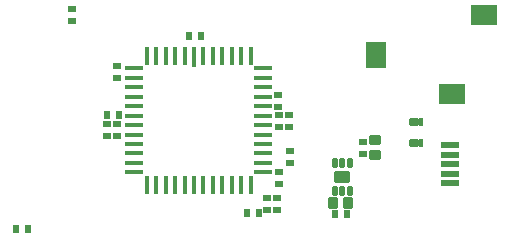
<source format=gtp>
G04 Layer: TopPasteMaskLayer*
G04 EasyEDA Pro v2.2.35.2, 2025-02-24 01:09:24*
G04 Gerber Generator version 0.3*
G04 Scale: 100 percent, Rotated: No, Reflected: No*
G04 Dimensions in millimeters*
G04 Leading zeros omitted, absolute positions, 4 integers and 5 decimals*
%FSLAX45Y45*%
%MOMM*%
%AMRoundRect*1,1,$1,$2,$3*1,1,$1,$4,$5*1,1,$1,0-$2,0-$3*1,1,$1,0-$4,0-$5*20,1,$1,$2,$3,$4,$5,0*20,1,$1,$4,$5,0-$2,0-$3,0*20,1,$1,0-$2,0-$3,0-$4,0-$5,0*20,1,$1,0-$4,0-$5,$2,$3,0*4,1,4,$2,$3,$4,$5,0-$2,0-$3,0-$4,0-$5,$2,$3,0*%
%ADD10RoundRect,0.13728X0.14296X0.24296X0.14296X-0.24296*%
%ADD11R,1.7X2.3*%
%ADD12R,2.3X1.7*%
%ADD13RoundRect,0.15076X0.28022X0.21672X0.28022X-0.21672*%
%ADD14RoundRect,0.1403X-0.15645X-0.33145X-0.15645X0.33145*%
%ADD15RoundRect,0.16749X-0.61785X-0.39285X-0.61785X0.39285*%
%ADD16RoundRect,0.15076X-0.21672X0.28022X0.21672X0.28022*%
%ADD17RoundRect,0.15076X-0.28022X-0.21672X-0.28022X0.21672*%
%ADD18R,1.6X0.5*%
%ADD19RoundRect,0.16355X-0.40082X-0.33732X-0.40082X0.33732*%
%ADD20RoundRect,0.16355X-0.33732X0.40082X0.33732X0.40082*%
%ADD21RoundRect,0.15076X0.21672X-0.28022X-0.21672X-0.28022*%
%ADD22R,0.4X1.5*%
%ADD23R,0.4X1.75*%
%ADD24R,1.5X0.4*%
G75*


G04 Pad Start*
G54D10*
G01X14446880Y11084200D03*
G01X14406880Y11084200D03*
G01X14366880Y11084200D03*
G01X14366880Y10912200D03*
G01X14406880Y10912200D03*
G01X14446880Y10912200D03*
G54D11*
G01X14065000Y11657400D03*
G54D12*
G01X14710000Y11322400D03*
G01X14980000Y11992400D03*
G54D13*
G01X11494640Y12046000D03*
G01X11494640Y11944400D03*
G54D14*
G01X13715640Y10506060D03*
G01X13780640Y10506060D03*
G01X13845640Y10506060D03*
G01X13845640Y10736060D03*
G01X13780640Y10736060D03*
G01X13715640Y10736060D03*
G54D15*
G01X13780640Y10621060D03*
G54D13*
G01X13338680Y10737900D03*
G01X13338680Y10839500D03*
G54D16*
G01X12477620Y11817400D03*
G01X12579220Y11817400D03*
G54D17*
G01X11786740Y10966500D03*
G01X11786740Y11068100D03*
G54D18*
G01X14694800Y10650300D03*
G01X14694800Y10730300D03*
G01X14694800Y10810300D03*
G01X14694800Y10570300D03*
G01X14694800Y10890300D03*
G54D17*
G01X11868020Y11560860D03*
G01X11868020Y11459260D03*
G54D13*
G01X13224380Y10344200D03*
G01X13224380Y10445800D03*
G54D17*
G01X13956160Y10816540D03*
G01X13956160Y10918140D03*
G54D19*
G01X14052680Y10933380D03*
G01X14052680Y10806380D03*
G54D20*
G01X13826360Y10405160D03*
G01X13699360Y10405160D03*
G54D16*
G01X13714600Y10311180D03*
G01X13816200Y10311180D03*
G54D17*
G01X13329920Y11043920D03*
G01X13329920Y11145520D03*
G01X13241020Y11041380D03*
G01X13241020Y11142980D03*
G54D13*
G01X13234540Y11311940D03*
G01X13234540Y11210340D03*
G54D16*
G01X13071980Y10313720D03*
G01X12970380Y10313720D03*
G54D21*
G01X11789280Y11149380D03*
G01X11890880Y11149380D03*
G54D16*
G01X11115040Y10180320D03*
G01X11013440Y10180320D03*
G54D13*
G01X13247240Y10560100D03*
G01X13247240Y10661700D03*
G54D17*
G01X13140560Y10445800D03*
G01X13140560Y10344200D03*
G54D22*
G01X12123749Y11647500D03*
G01X12203750Y11647500D03*
G01X12283750Y11647500D03*
G01X12363750Y11647500D03*
G01X12443750Y11647500D03*
G54D23*
G01X12523750Y11635000D03*
G54D22*
G01X12603750Y11647500D03*
G01X12683750Y11647500D03*
G01X12763750Y11647500D03*
G01X12843750Y11647500D03*
G01X12923750Y11647500D03*
G01X13003750Y11647500D03*
G54D24*
G01X13110250Y11541000D03*
G01X13110250Y11461000D03*
G01X13110250Y11381000D03*
G01X13110250Y11301000D03*
G01X13110250Y11221000D03*
G01X13110250Y11141000D03*
G01X13110250Y11061000D03*
G01X13110250Y10981000D03*
G01X13110250Y10901000D03*
G01X13110250Y10820999D03*
G01X13110250Y10740999D03*
G01X13110250Y10660999D03*
G54D22*
G01X13003750Y10554500D03*
G01X12923750Y10554500D03*
G01X12843750Y10554500D03*
G01X12763750Y10554500D03*
G01X12683750Y10554500D03*
G01X12603750Y10554500D03*
G01X12523750Y10554500D03*
G01X12443750Y10554500D03*
G01X12363750Y10554500D03*
G01X12283750Y10554500D03*
G01X12203750Y10554500D03*
G01X12123749Y10554500D03*
G54D24*
G01X12017250Y10660999D03*
G01X12017250Y10740999D03*
G01X12017250Y10820999D03*
G01X12017250Y10901000D03*
G01X12017250Y10981000D03*
G01X12017250Y11061000D03*
G01X12017250Y11141000D03*
G01X12017250Y11221000D03*
G01X12017250Y11301000D03*
G01X12017250Y11381000D03*
G01X12017250Y11461000D03*
G01X12017250Y11541000D03*
G54D17*
G01X11868020Y10966500D03*
G01X11868020Y11068100D03*
G04 Pad End*

M02*


</source>
